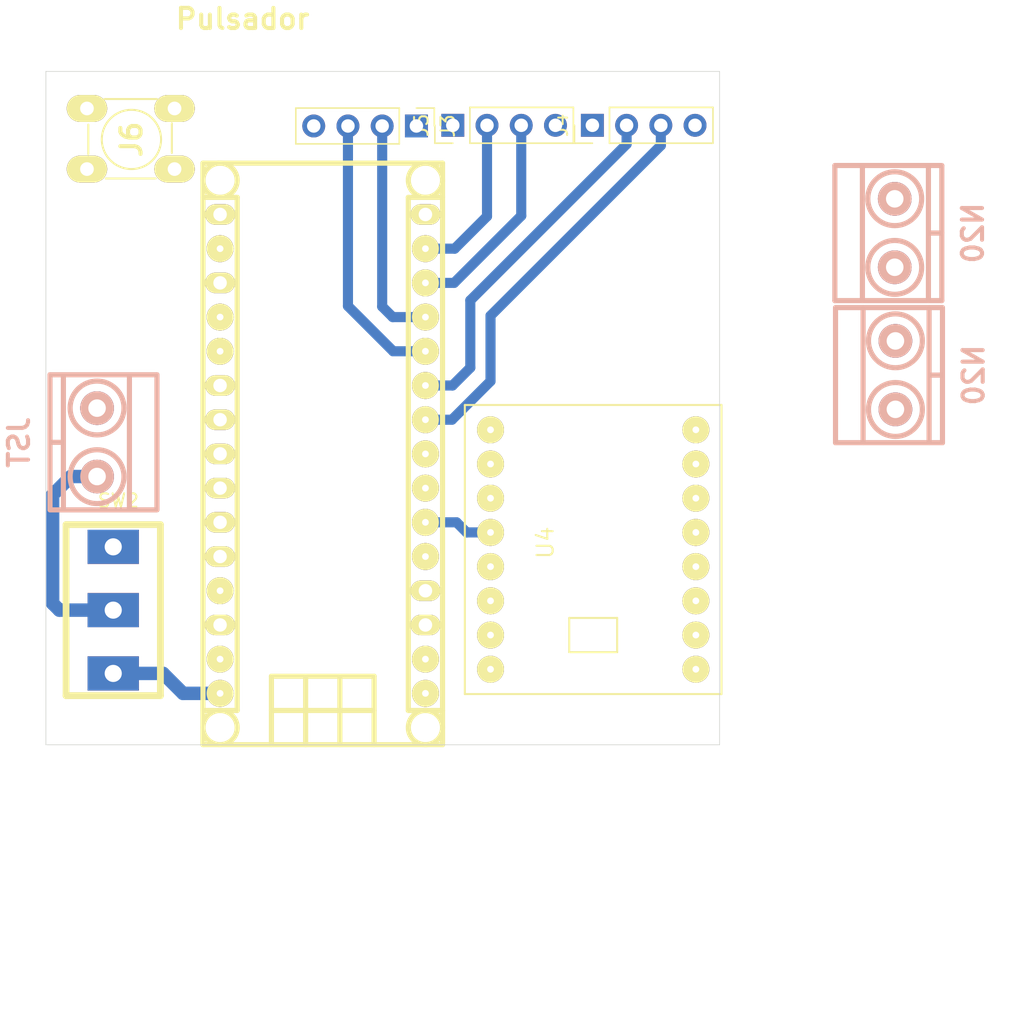
<source format=kicad_pcb>
(kicad_pcb (version 20211014) (generator pcbnew)
  (layers (0 "F.Cu" signal) (31 "B.Cu" signal) (34 "B.Paste" user) (35 "F.Paste" user) (36 "B.SilkS" user "B.Silkscreen") (37 "F.SilkS" user "F.Silkscreen") (38 "B.Mask" user) (39 "F.Mask" user) (44 "Edge.Cuts" user))
  (net 0 "")
  (net 1 "VCC")
  (net 2 "GND")
  (net 6 "/A5")
  (net 9 "+3V3")
  (net 10 "/A0")
  (net 13 "/PIN11")
  (net 14 "/PIN10")
  (net 15 "/PIN9")
  (net 16 "/PIN8")
  (net 17 "/PIN7")
  (net 18 "/PIN6")
  (net 19 "/PIN5")
  (net 20 "/PIN4")
  (net 21 "/PIN2")
  (net 22 "/PINTX")
  (net 23 "/PINRX")
  (net 24 "/PIN3")
  (net 25 "+5V")
  (net 27 "/3.3V")
  (net 28 "/OUT4")
  (net 29 "/OUT3")
  (net 30 "/OUT2")
  (net 31 "/OUT1")
  (net 32 "/VCC 1")
  (net 35 "Net-(J6-Pad3)")
  (net 36 "/PIN12")
  (footprint "EESTN5:arduino_nano_header" (layer "F.Cu") (at 135.55 103.4 90)
    (fp_text reference "J1" hide)
    (fp_text value "Arduino_Nano_Header" hide)
    (fp_line (start -19.05 6.35) (end 19.05 6.35) (layer "F.SilkS") (width 0.381))
    (fp_line (start -19.05 8.89) (end -19.05 6.35) (layer "F.SilkS") (width 0.381))
    (fp_line (start -19.05 -3.81) (end -19.05 3.81) (layer "F.SilkS") (width 0.381))
    (fp_line (start 19.05 -6.35) (end -19.05 -6.35) (layer "F.SilkS") (width 0.381))
    (fp_line (start 19.05 -6.35) (end 19.05 -8.89) (layer "F.SilkS") (width 0.381))
    (fp_line (start -21.59 -3.81) (end -16.51 -3.81) (layer "F.SilkS") (width 0.381))
    (fp_line (start -16.51 3.81) (end -21.59 3.81) (layer "F.SilkS") (width 0.381))
    (fp_line (start -19.05 -8.89) (end -19.05 -6.35) (layer "F.SilkS") (width 0.381))
    (fp_line (start 19.05 8.89) (end 19.05 6.35) (layer "F.SilkS") (width 0.381))
    (fp_line (start -16.51 1.27) (end -21.59 1.27) (layer "F.SilkS") (width 0.381))
    (fp_line (start -21.59 8.89) (end -21.59 -8.89) (layer "F.SilkS") (width 0.381))
    (fp_line (start 21.59 -8.89) (end -21.59 -8.89) (layer "F.SilkS") (width 0.381))
    (fp_line (start -16.51 -3.81) (end -16.51 3.81) (layer "F.SilkS") (width 0.381))
    (fp_line (start -16.51 -1.27) (end -21.59 -1.27) (layer "F.SilkS") (width 0.381))
    (fp_line (start -21.59 8.89) (end 21.59 8.89) (layer "F.SilkS") (width 0.381))
    (fp_line (start 21.59 8.89) (end 21.59 -8.89) (layer "F.SilkS") (width 0.381))
    (fp_circle (center -20.32 -7.62) (end -21.59 -7.62) (layer "F.SilkS") (width 0.381) (fill none))
    (fp_circle (center -20.32 7.62) (end -21.59 7.62) (layer "F.SilkS") (width 0.381) (fill none))
    (fp_circle (center 20.32 7.62) (end 21.59 7.62) (layer "F.SilkS") (width 0.381) (fill none))
    (fp_circle (center 20.32 -7.62) (end 21.59 -7.62) (layer "F.SilkS") (width 0.381) (fill none))
    (pad "1" thru_hole circle locked (at -17.78 7.62 90) (size 2 2) (drill 0.5) (layers *.Cu *.Mask "F.SilkS") (net 22 "/PINTX"))
    (pad "2" thru_hole circle locked (at -15.24 7.62 90) (size 2 2) (drill 0.5) (layers *.Cu *.Mask "F.SilkS") (net 23 "/PINRX"))
    (pad "3" thru_hole oval locked (at -12.7 7.62 90) (size 1.524 2.19964) (drill 1.00076) (layers *.Cu *.Mask "F.SilkS"))
    (pad "4" thru_hole oval locked (at -10.16 7.62 90) (size 1.524 2.19964) (drill 1.00076) (layers *.Cu *.Mask "F.SilkS") (net 2 "GND"))
    (pad "5" thru_hole circle locked (at -7.62 7.62 90) (size 2 2) (drill 0.5) (layers *.Cu *.Mask "F.SilkS") (net 19 "/PIN5"))
    (pad "6" thru_hole circle locked (at -5.08 7.62 90) (size 2 2) (drill 0.5) (layers *.Cu *.Mask "F.SilkS") (net 24 "/PIN3"))
    (pad "7" thru_hole circle locked (at -2.54 7.62 90) (size 2 2) (drill 0.5) (layers *.Cu *.Mask "F.SilkS") (net 20 "/PIN4"))
    (pad "8" thru_hole circle locked (at 0 7.62 90) (size 2 2) (drill 0.5) (layers *.Cu *.Mask "F.SilkS") (net 21 "/PIN2"))
    (pad "9" thru_hole circle locked (at 2.54 7.62 90) (size 2 2) (drill 0.5) (layers *.Cu *.Mask "F.SilkS") (net 18 "/PIN6"))
    (pad "10" thru_hole circle locked (at 5.08 7.62 90) (size 2 2) (drill 0.5) (layers *.Cu *.Mask "F.SilkS") (net 17 "/PIN7"))
    (pad "11" thru_hole circle locked (at 7.62 7.62 90) (size 2 2) (drill 0.5) (layers *.Cu *.Mask "F.SilkS") (net 16 "/PIN8"))
    (pad "12" thru_hole circle locked (at 10.16 7.62 90) (size 2 2) (drill 0.5) (layers *.Cu *.Mask "F.SilkS") (net 15 "/PIN9"))
    (pad "13" thru_hole circle locked (at 12.7 7.62 90) (size 2 2) (drill 0.5) (layers *.Cu *.Mask "F.SilkS") (net 14 "/PIN10"))
    (pad "14" thru_hole circle locked (at 15.24 7.62 90) (size 2 2) (drill 0.5) (layers *.Cu *.Mask "F.SilkS") (net 13 "/PIN11"))
    (pad "15" thru_hole oval locked (at 17.78 7.62 90) (size 1.524 2.19964) (drill 1.00076) (layers *.Cu *.Mask "F.SilkS") (net 36 "/PIN12"))
    (pad "16" thru_hole oval locked (at 17.78 -7.62 90) (size 1.524 2.19964) (drill 1.00076) (layers *.Cu *.Mask "F.SilkS"))
    (pad "17" thru_hole circle locked (at 15.24 -7.62 90) (size 2 2) (drill 0.5) (layers *.Cu *.Mask "F.SilkS") (net 27 "/3.3V"))
    (pad "18" thru_hole oval locked (at 12.7 -7.62 90) (size 1.524 2.19964) (drill 1.00076) (layers *.Cu *.Mask "F.SilkS"))
    (pad "19" thru_hole circle locked (at 10.16 -7.62 90) (size 2 2) (drill 0.5) (layers *.Cu *.Mask "F.SilkS") (net 10 "/A0"))
    (pad "20" thru_hole circle locked (at 7.62 -7.62 90) (size 2 2) (drill 0.5) (layers *.Cu *.Mask "F.SilkS") (net 9 "+3V3"))
    (pad "21" thru_hole oval locked (at 5.08 -7.62 90) (size 1.524 2.1971) (drill 1.00076) (layers *.Cu *.Mask "F.SilkS"))
    (pad "22" thru_hole oval locked (at 2.54 -7.62 90) (size 1.524 2.1971) (drill 1.00076) (layers *.Cu *.Mask "F.SilkS"))
    (pad "23" thru_hole oval locked (at 0 -7.62 90) (size 1.524 2.1971) (drill 1.00076) (layers *.Cu *.Mask "F.SilkS"))
    (pad "24" thru_hole oval locked (at -2.54 -7.62 90) (size 1.524 2.1971) (drill 0.99822) (layers *.Cu *.Mask "F.SilkS") (net 6 "/A5"))
    (pad "25" thru_hole oval locked (at -5.08 -7.62 90) (size 1.524 2.1971) (drill 0.99822) (layers *.Cu *.Mask "F.SilkS"))
    (pad "26" thru_hole oval locked (at -7.62 -7.62 90) (size 1.524 2.1971) (drill 0.99822) (layers *.Cu *.Mask "F.SilkS"))
    (pad "27" thru_hole circle locked (at -10.16 -7.62 90) (size 2 2) (drill 0.5) (layers *.Cu *.Mask "F.SilkS") (net 25 "+5V"))
    (pad "28" thru_hole oval locked (at -12.7 -7.62 90) (size 1.524 2.1971) (drill 0.99822) (layers *.Cu *.Mask "F.SilkS"))
    (pad "29" thru_hole circle locked (at -15.24 -7.62 90) (size 2 2) (drill 0.5) (layers *.Cu *.Mask "F.SilkS") (net 2 "GND"))
    (pad "30" thru_hole circle locked (at -17.78 -7.62 90) (size 2 2) (drill 0.5) (layers *.Cu *.Mask "F.SilkS") (net 32 "/VCC 1"))
  )
  (footprint "EESTN5 3d:Pulsador_TH_4" (layer "F.Cu") (at 121.3 80 -90)
    (fp_text reference "J6" (at 0.05 -0.05 90) (layer "F.SilkS") (effects (font (size 1.5 1.5) (thickness 0.3))))
    (fp_text value "Pulsador" (at -8.9 -8.3) (layer "F.SilkS") (effects (font (size 1.5 1.5) (thickness 0.3))))
    (fp_line (start -2.95 -1.95) (end -2.95 1.95) (layer "F.SilkS") (width 0.15))
    (fp_line (start -1.15 -3.05) (end 1.05 -3.05) (layer "F.SilkS") (width 0.15))
    (fp_line (start -1.05 3.15) (end 1.15 3.15) (layer "F.SilkS") (width 0.15))
    (fp_line (start 2.95 -1.85) (end 2.95 1.85) (layer "F.SilkS") (width 0.15))
    (fp_circle (center 0.05 -0.05) (end 0.05 2.15) (layer "F.SilkS") (width 0.15) (fill none))
    (pad "1" thru_hole oval locked (at 2.25 -3.25 270) (size 2 3) (drill 1.016) (layers *.Cu *.Mask "F.SilkS") (net 6 "/A5"))
    (pad "2" thru_hole oval locked (at 2.25 3.25 270) (size 2 3) (drill 1.016) (layers *.Cu *.Mask "F.SilkS"))
    (pad "3" thru_hole oval locked (at -2.25 -3.25 270) (size 2 3) (drill 1.016) (layers *.Cu *.Mask "F.SilkS") (net 35 "Net-(J6-Pad3)"))
    (pad "4" thru_hole oval locked (at -2.25 3.25 270) (size 2 3) (drill 1.016) (layers *.Cu *.Mask "F.SilkS") (net 2 "GND"))
  )
  (footprint "Connector_PinHeader_2.54mm:PinHeader_1x04_P2.54mm_Vertical" (layer "F.Cu") (at 142.5 79.05 -90)
    (fp_text reference "J3" (at 0 -2.33 90) (layer "F.SilkS"))
    (fp_text value "HC-SR04")
    (fp_line (start -1.33 -1.33) (end 0 -1.33) (layer "F.SilkS") (width 0.12))
    (fp_line (start 1.33 1.27) (end 1.33 8.95) (layer "F.SilkS") (width 0.12))
    (fp_line (start -1.33 1.27) (end -1.33 8.95) (layer "F.SilkS") (width 0.12))
    (fp_line (start -1.33 0) (end -1.33 -1.33) (layer "F.SilkS") (width 0.12))
    (fp_line (start -1.33 8.95) (end 1.33 8.95) (layer "F.SilkS") (width 0.12))
    (fp_line (start -1.33 1.27) (end 1.33 1.27) (layer "F.SilkS") (width 0.12))
    (pad "1" thru_hole rect (at 0 0 270) (size 1.7 1.7) (drill 1) (layers *.Cu *.Mask) (net 25 "+5V"))
    (pad "2" thru_hole oval (at 0 2.54 270) (size 1.7 1.7) (drill 1) (layers *.Cu *.Mask) (net 15 "/PIN9"))
    (pad "3" thru_hole oval (at 0 5.08 270) (size 1.7 1.7) (drill 1) (layers *.Cu *.Mask) (net 16 "/PIN8"))
    (pad "4" thru_hole oval (at 0 7.62 270) (size 1.7 1.7) (drill 1) (layers *.Cu *.Mask) (net 2 "GND"))
  )
  (footprint "EESTN5:TB6612_Breakout" (layer "F.Cu") (at 155.62 110.5 90)
    (fp_text reference "U4" (at 0.508 -3.556 90) (layer "F.SilkS") (effects (font (size 1.2 1.2))))
    (fp_text value "TB6612_BREAKOUT")
    (fp_line (start -10.7315 9.525) (end -10.7315 -9.525) (layer "F.SilkS") (width 0.15))
    (fp_line (start -10.7315 9.525) (end 10.7315 9.525) (layer "F.SilkS") (width 0.15))
    (fp_line (start -7.62 1.778) (end -5.08 1.778) (layer "F.SilkS") (width 0.15))
    (fp_line (start -5.08 -1.778) (end -5.08 1.778) (layer "F.SilkS") (width 0.15))
    (fp_line (start 10.7315 -9.525) (end 10.7315 9.525) (layer "F.SilkS") (width 0.15))
    (fp_line (start -7.62 1.778) (end -7.62 -1.778) (layer "F.SilkS") (width 0.15))
    (fp_line (start 10.7315 -9.525) (end -10.7315 -9.525) (layer "F.SilkS") (width 0.15))
    (fp_line (start -7.62 -1.778) (end -5.08 -1.778) (layer "F.SilkS") (width 0.15))
    (pad "1" thru_hole circle locked (at -8.89 7.62 90) (size 2 2) (drill 0.5) (layers *.Cu *.Mask "F.SilkS") (net 32 "/VCC 1"))
    (pad "2" thru_hole circle locked (at -6.35 7.62 90) (size 2 2) (drill 0.5) (layers *.Cu *.Mask "F.SilkS") (net 25 "+5V"))
    (pad "3" thru_hole circle locked (at -3.81 7.62 90) (size 2 2) (drill 0.5) (layers *.Cu *.Mask "F.SilkS") (net 2 "GND"))
    (pad "4" thru_hole circle locked (at -1.27 7.62 90) (size 2 2) (drill 0.5) (layers *.Cu *.Mask "F.SilkS") (net 28 "/OUT4"))
    (pad "5" thru_hole circle locked (at 1.27 7.62 90) (size 2 2) (drill 0.5) (layers *.Cu *.Mask "F.SilkS") (net 29 "/OUT3"))
    (pad "6" thru_hole circle locked (at 3.81 7.62 90) (size 2 2) (drill 0.5) (layers *.Cu *.Mask "F.SilkS") (net 30 "/OUT2"))
    (pad "7" thru_hole circle locked (at 6.35 7.62 90) (size 2 2) (drill 0.5) (layers *.Cu *.Mask "F.SilkS") (net 31 "/OUT1"))
    (pad "8" thru_hole circle locked (at 8.89 7.62 90) (size 2 2) (drill 0.5) (layers *.Cu *.Mask "F.SilkS") (net 2 "GND"))
    (pad "9" thru_hole circle locked (at 8.89 -7.62 90) (size 2 2) (drill 0.5) (layers *.Cu *.Mask "F.SilkS") (net 2 "GND"))
    (pad "10" thru_hole circle locked (at 6.35 -7.62 90) (size 2 2) (drill 0.5) (layers *.Cu *.Mask "F.SilkS") (net 25 "+5V"))
    (pad "11" thru_hole circle locked (at 3.81 -7.62 90) (size 2 2) (drill 0.5) (layers *.Cu *.Mask "F.SilkS") (net 21 "/PIN2"))
    (pad "12" thru_hole circle locked (at 1.27 -7.62 90) (size 2 2) (drill 0.5) (layers *.Cu *.Mask "F.SilkS") (net 24 "/PIN3"))
    (pad "13" thru_hole circle locked (at -1.27 -7.62 90) (size 2 2) (drill 0.5) (layers *.Cu *.Mask "F.SilkS"))
    (pad "14" thru_hole oval locked (at -3.81 -7.62 90) (size 2 2) (drill oval 0.5) (layers *.Cu *.Mask "F.SilkS") (net 20 "/PIN4"))
    (pad "15" thru_hole circle locked (at -6.35 -7.62 90) (size 2 2) (drill 0.5) (layers *.Cu *.Mask "F.SilkS") (net 19 "/PIN5"))
    (pad "16" thru_hole circle locked (at -8.89 -7.62 90) (size 2 2) (drill 0.5) (layers *.Cu *.Mask "F.SilkS") (net 25 "+5V"))
  )
  (footprint "EESTN5:SW_SPDT_TH_Vertical" (layer "F.Cu") (at 120 115)
    (fp_text reference "SW2" (at 0.381 -8.128) (layer "F.SilkS"))
    (fp_text value "SW_SPDT" hide)
    (fp_line (start -3.5 6.35) (end 3.5 6.35) (layer "F.SilkS") (width 0.508))
    (fp_line (start 3.5 -6.35) (end -3.5 -6.35) (layer "F.SilkS") (width 0.5))
    (fp_line (start 3.5 -6.35) (end 3.5 6.35) (layer "F.SilkS") (width 0.508))
    (fp_line (start -3.5 -6.35) (end -3.5 6.35) (layer "F.SilkS") (width 0.5))
    (pad "1" thru_hole rect locked (at 0 -4.7) (size 3.81 2.54) (drill 1.27) (layers *.Cu *.Mask))
    (pad "2" thru_hole rect locked (at 0 0) (size 3.81 2.54) (drill 1.27) (layers *.Cu *.Mask) (net 1 "VCC"))
    (pad "3" thru_hole rect locked (at 0 4.7) (size 3.81 2.54) (drill 1.27) (layers *.Cu *.Mask) (net 32 "/VCC 1"))
  )
  (footprint "Connector_PinHeader_2.54mm:PinHeader_1x04_P2.54mm_Vertical" (layer "F.Cu") (at 145.2 79 90)
    (fp_text reference "J5" (at 0 -2.33 90) (layer "F.SilkS"))
    (fp_text value "HC-SR04")
    (fp_line (start -1.33 0) (end -1.33 -1.33) (layer "F.SilkS") (width 0.12))
    (fp_line (start -1.33 -1.33) (end 0 -1.33) (layer "F.SilkS") (width 0.12))
    (fp_line (start -1.33 1.27) (end 1.33 1.27) (layer "F.SilkS") (width 0.12))
    (fp_line (start 1.33 1.27) (end 1.33 8.95) (layer "F.SilkS") (width 0.12))
    (fp_line (start -1.33 1.27) (end -1.33 8.95) (layer "F.SilkS") (width 0.12))
    (fp_line (start -1.33 8.95) (end 1.33 8.95) (layer "F.SilkS") (width 0.12))
    (pad "1" thru_hole rect (at 0 0 90) (size 1.7 1.7) (drill 1) (layers *.Cu *.Mask) (net 25 "+5V"))
    (pad "2" thru_hole oval (at 0 2.54 90) (size 1.7 1.7) (drill 1) (layers *.Cu *.Mask) (net 13 "/PIN11"))
    (pad "3" thru_hole oval (at 0 5.08 90) (size 1.7 1.7) (drill 1) (layers *.Cu *.Mask) (net 14 "/PIN10"))
    (pad "4" thru_hole oval (at 0 7.62 90) (size 1.7 1.7) (drill 1) (layers *.Cu *.Mask) (net 2 "GND"))
  )
  (footprint "Connector_PinHeader_2.54mm:PinHeader_1x04_P2.54mm_Vertical" (layer "F.Cu") (at 155.56 79 90)
    (fp_text reference "J4" (at 0 -2.33 90) (layer "F.SilkS"))
    (fp_text value "HC-SR04")
    (fp_line (start -1.33 0) (end -1.33 -1.33) (layer "F.SilkS") (width 0.12))
    (fp_line (start -1.33 1.27) (end -1.33 8.95) (layer "F.SilkS") (width 0.12))
    (fp_line (start -1.33 1.27) (end 1.33 1.27) (layer "F.SilkS") (width 0.12))
    (fp_line (start -1.33 8.95) (end 1.33 8.95) (layer "F.SilkS") (width 0.12))
    (fp_line (start 1.33 1.27) (end 1.33 8.95) (layer "F.SilkS") (width 0.12))
    (fp_line (start -1.33 -1.33) (end 0 -1.33) (layer "F.SilkS") (width 0.12))
    (pad "1" thru_hole rect (at 0 0 90) (size 1.7 1.7) (drill 1) (layers *.Cu *.Mask) (net 25 "+5V"))
    (pad "2" thru_hole oval (at 0 2.54 90) (size 1.7 1.7) (drill 1) (layers *.Cu *.Mask) (net 17 "/PIN7"))
    (pad "3" thru_hole oval (at 0 5.08 90) (size 1.7 1.7) (drill 1) (layers *.Cu *.Mask) (net 18 "/PIN6"))
    (pad "4" thru_hole oval (at 0 7.62 90) (size 1.7 1.7) (drill 1) (layers *.Cu *.Mask) (net 2 "GND"))
  )
  (footprint "EESTN5:BORNERA2_AZUL" (layer "B.Cu") (at 118.8 102.54 90)
    (fp_text reference "Conector1" hide)
    (fp_text value "JST" (at 0 -5.8 90) (layer "B.SilkS") (effects (font (size 1.5 1.5) (thickness 0.3)) (justify mirror)))
    (fp_line (start -4.9835 -3.4925) (end 5.0165 -3.4925) (layer "B.SilkS") (width 0.381))
    (fp_line (start 5.0165 4.445) (end -4.9835 4.445) (layer "B.SilkS") (width 0.381))
    (fp_line (start -5 -2.5) (end 5 -2.5) (layer "B.SilkS") (width 0.381))
    (fp_line (start 5.0165 -3.4925) (end 5.0165 4.445) (layer "B.SilkS") (width 0.381))
    (fp_line (start 0 -2.54) (end 0 -3.4845) (layer "B.SilkS") (width 0.381))
    (fp_line (start -5.0165 4.445) (end -5.0165 -3.4925) (layer "B.SilkS") (width 0.381))
    (fp_line (start -5 2.4) (end 5 2.4) (layer "B.SilkS") (width 0.381))
    (fp_circle (center 2.55 0) (end 0.55 0) (layer "B.SilkS") (width 0.381) (fill none))
    (fp_circle (center -2.55 0) (end -0.55 0) (layer "B.SilkS") (width 0.381) (fill none))
    (pad "1" thru_hole circle locked (at -2.54 0 90) (size 2.5 2.5) (drill 1.3) (layers *.Cu *.Mask "B.SilkS") (net 1 "VCC"))
    (pad "2" thru_hole circle locked (at 2.54 0 90) (size 2.5 2.5) (drill 1.3) (layers *.Cu *.Mask "B.SilkS") (net 2 "GND"))
  )
  (footprint "EESTN5:BORNERA2_AZUL" (layer "B.Cu") (at 178 87 -90)
    (fp_text reference "Motor2" hide)
    (fp_text value "N20" (at 0 -5.8 90) (layer "B.SilkS") (effects (font (size 1.5 1.5) (thickness 0.3)) (justify mirror)))
    (fp_line (start -5.0165 4.445) (end -5.0165 -3.4925) (layer "B.SilkS") (width 0.381))
    (fp_line (start -4.9835 -3.4925) (end 5.0165 -3.4925) (layer "B.SilkS") (width 0.381))
    (fp_line (start 5.0165 4.445) (end -4.9835 4.445) (layer "B.SilkS") (width 0.381))
    (fp_line (start -5 2.4) (end 5 2.4) (layer "B.SilkS") (width 0.381))
    (fp_line (start 0 -2.54) (end 0 -3.4845) (layer "B.SilkS") (width 0.381))
    (fp_line (start -5 -2.5) (end 5 -2.5) (layer "B.SilkS") (width 0.381))
    (fp_line (start 5.0165 -3.4925) (end 5.0165 4.445) (layer "B.SilkS") (width 0.381))
    (fp_circle (center -2.55 0) (end -0.55 0) (layer "B.SilkS") (width 0.381) (fill none))
    (fp_circle (center 2.55 0) (end 0.55 0) (layer "B.SilkS") (width 0.381) (fill none))
    (pad "1" thru_hole circle locked (at -2.54 0 270) (size 2.5 2.5) (drill 1.3) (layers *.Cu *.Mask "B.SilkS") (net 28 "/OUT4"))
    (pad "2" thru_hole circle locked (at 2.54 0 270) (size 2.5 2.5) (drill 1.3) (layers *.Cu *.Mask "B.SilkS") (net 29 "/OUT3"))
  )
  (footprint "EESTN5:BORNERA2_AZUL" (layer "B.Cu") (at 178.05 97.55 -90)
    (fp_text reference "Motor1" hide)
    (fp_text value "N20" (at 0 -5.8 90) (layer "B.SilkS") (effects (font (size 1.5 1.5) (thickness 0.3)) (justify mirror)))
    (fp_line (start -4.9835 -3.4925) (end 5.0165 -3.4925) (layer "B.SilkS") (width 0.381))
    (fp_line (start 5.0165 4.445) (end -4.9835 4.445) (layer "B.SilkS") (width 0.381))
    (fp_line (start 0 -2.54) (end 0 -3.4845) (layer "B.SilkS") (width 0.381))
    (fp_line (start -5 2.4) (end 5 2.4) (layer "B.SilkS") (width 0.381))
    (fp_line (start -5.0165 4.445) (end -5.0165 -3.4925) (layer "B.SilkS") (width 0.381))
    (fp_line (start 5.0165 -3.4925) (end 5.0165 4.445) (layer "B.SilkS") (width 0.381))
    (fp_line (start -5 -2.5) (end 5 -2.5) (layer "B.SilkS") (width 0.381))
    (fp_circle (center 2.55 0) (end 0.55 0) (layer "B.SilkS") (width 0.381) (fill none))
    (fp_circle (center -2.55 0) (end -0.55 0) (layer "B.SilkS") (width 0.381) (fill none))
    (pad "1" thru_hole circle locked (at -2.54 0 270) (size 2.5 2.5) (drill 1.3) (layers *.Cu *.Mask "B.SilkS") (net 30 "/OUT2"))
    (pad "2" thru_hole circle locked (at 2.54 0 270) (size 2.5 2.5) (drill 1.3) (layers *.Cu *.Mask "B.SilkS") (net 31 "/OUT1"))
  )
  (gr_line (start 165 75) (end 165 125) (layer "Edge.Cuts") (width 0.05))
  (gr_line (start 115 125) (end 115 75) (layer "Edge.Cuts") (width 0.05))
  (gr_line (start 165 125) (end 115 125) (layer "Edge.Cuts") (width 0.05))
  (gr_line (start 115 75) (end 165 75) (layer "Edge.Cuts") (width 0.05))
  (segment (start 115.50002 106.43998) (end 115.50002 114.49998) (width 1) (layer "B.Cu") (net 1))
  (segment (start 118.8 105.08) (end 116.86 105.08) (width 1) (layer "B.Cu") (net 1))
  (segment (start 116.00004 115) (end 120 115) (width 1) (layer "B.Cu") (net 1))
  (segment (start 115.50002 114.49998) (end 116.00004 115) (width 1) (layer "B.Cu") (net 1))
  (segment (start 116.86 105.08) (end 115.50002 106.43998) (width 1) (layer "B.Cu") (net 1))
  (segment (start 147.74 85.76) (end 145.34 88.16) (width 0.75) (layer "B.Cu") (net 13))
  (segment (start 147.74 79) (end 147.74 85.76) (width 0.75) (layer "B.Cu") (net 13))
  (segment (start 145.34 88.16) (end 143.17 88.16) (width 0.75) (layer "B.Cu") (net 13))
  (segment (start 150.28 79) (end 150.28 85.72) (width 0.75) (layer "B.Cu") (net 14))
  (segment (start 145.3 90.7) (end 143.17 90.7) (width 0.75) (layer "B.Cu") (net 14))
  (segment (start 150.28 85.72) (end 145.3 90.7) (width 0.75) (layer "B.Cu") (net 14))
  (segment (start 140.74 93.24) (end 143.17 93.24) (width 0.75) (layer "B.Cu") (net 15))
  (segment (start 139.96 92.46) (end 140.74 93.24) (width 0.75) (layer "B.Cu") (net 15))
  (segment (start 139.96 79.05) (end 139.96 92.46) (width 0.75) (layer "B.Cu") (net 15))
  (segment (start 137.42 92.42) (end 140.78 95.78) (width 0.75) (layer "B.Cu") (net 16))
  (segment (start 140.78 95.78) (end 143.17 95.78) (width 0.75) (layer "B.Cu") (net 16))
  (segment (start 137.42 79.05) (end 137.42 92.42) (width 0.75) (layer "B.Cu") (net 16))
  (segment (start 146.5 97) (end 145.18 98.32) (width 0.75) (layer "B.Cu") (net 17))
  (segment (start 158.1 79) (end 158.1 80.4) (width 0.75) (layer "B.Cu") (net 17))
  (segment (start 146.5 92) (end 146.5 97) (width 0.75) (layer "B.Cu") (net 17))
  (segment (start 145.18 98.32) (end 143.17 98.32) (width 0.75) (layer "B.Cu") (net 17))
  (segment (start 158.1 80.4) (end 146.5 92) (width 0.75) (layer "B.Cu") (net 17))
  (segment (start 145.14 100.86) (end 143.17 100.86) (width 0.75) (layer "B.Cu") (net 18))
  (segment (start 148 98) (end 145.14 100.86) (width 0.75) (layer "B.Cu") (net 18))
  (segment (start 148 93.14) (end 148 98) (width 0.75) (layer "B.Cu") (net 18))
  (segment (start 160.64 79) (end 160.64 80.5) (width 0.75) (layer "B.Cu") (net 18))
  (segment (start 160.64 80.5) (end 148 93.14) (width 0.75) (layer "B.Cu") (net 18))
  (segment (start 145.48 108.48) (end 143.17 108.48) (width 0.75) (layer "B.Cu") (net 24))
  (segment (start 148 109.23) (end 146.23 109.23) (width 0.75) (layer "B.Cu") (net 24))
  (segment (start 146.23 109.23) (end 145.48 108.48) (width 0.75) (layer "B.Cu") (net 24))
  (segment (start 120 119.7) (end 123.7 119.7) (width 1) (layer "B.Cu") (net 32))
  (segment (start 123.7 119.7) (end 125.18 121.18) (width 1) (layer "B.Cu") (net 32))
  (segment (start 125.18 121.18) (end 127.93 121.18) (width 1) (layer "B.Cu") (net 32))
)
</source>
